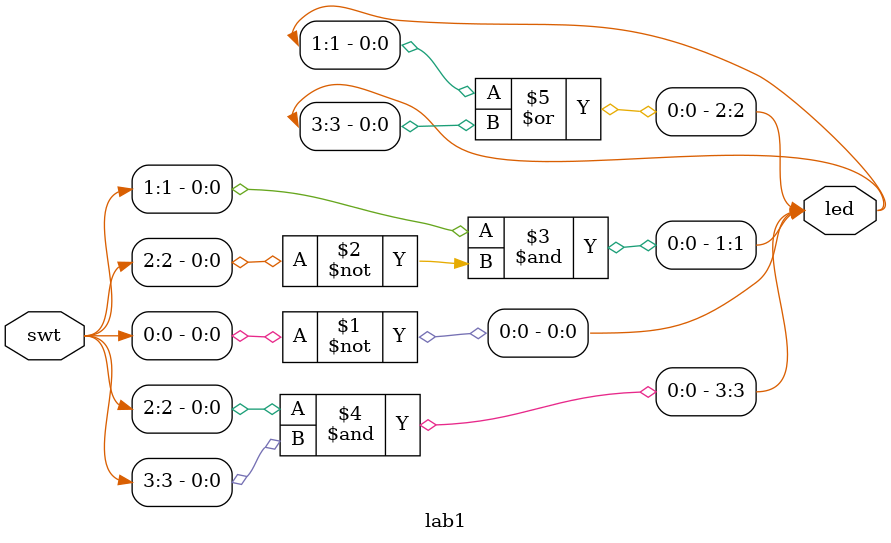
<source format=v>
`timescale 1ns / 1ps


module lab1(
    input [15:0] swt,
     output [15:0] led
    );
    
    assign led[0] = ~swt[0];
    assign led[1] = swt[1] & ~swt[2];
    assign led[3] = swt[2] & swt[3];
    assign led[2] = led[1] | led[3];
    
//    assign led[15:4] = swt[15:4];
    
endmodule

</source>
